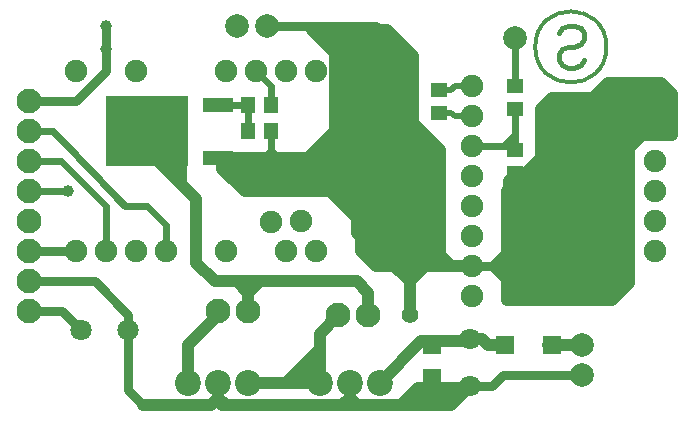
<source format=gbr>
%FSLAX34Y34*%
%MOMM*%
%LNCOPPER_BOTTOM*%
G71*
G01*
%ADD10C, 1.00*%
%ADD11C, 1.90*%
%ADD12C, 2.10*%
%ADD13C, 0.30*%
%ADD14C, 0.44*%
%ADD15R, 1.60X1.60*%
%ADD16C, 0.60*%
%ADD17C, 1.00*%
%ADD18C, 1.80*%
%ADD19C, 2.20*%
%ADD20C, 2.00*%
%ADD21C, 1.40*%
%ADD22C, 1.50*%
%ADD23R, 7.00X6.00*%
%ADD24R, 2.54X1.27*%
%ADD25C, 0.80*%
%ADD26R, 1.30X1.40*%
%ADD27R, 1.40X1.30*%
%ADD28C, 1.80*%
%ADD29C, 0.50*%
%LPD*%
G54D10*
X148828Y781050D02*
X149622Y781844D01*
X263520Y806450D02*
G54D11*
D03*
X250825Y933400D02*
G54D11*
D03*
X123825Y933450D02*
G54D11*
D03*
X200025Y933450D02*
G54D11*
D03*
X225425Y933450D02*
G54D11*
D03*
X73025Y933450D02*
G54D11*
D03*
X250825Y781050D02*
G54D11*
D03*
X123825Y781050D02*
G54D11*
D03*
X200025Y781050D02*
G54D11*
D03*
X73025Y781050D02*
G54D11*
D03*
X98425Y781050D02*
G54D11*
D03*
X276225Y933450D02*
G54D11*
D03*
X149225Y781050D02*
G54D11*
D03*
X276225Y781050D02*
G54D11*
D03*
X327025Y781050D02*
G54D11*
D03*
X238517Y806053D02*
G54D11*
D03*
X33338Y755650D02*
G54D12*
D03*
X33337Y781050D02*
G54D12*
D03*
X33337Y806450D02*
G54D12*
D03*
X33337Y831850D02*
G54D12*
D03*
X33338Y857250D02*
G54D12*
D03*
X33338Y882650D02*
G54D12*
D03*
X33338Y908050D02*
G54D12*
D03*
X33338Y730250D02*
G54D12*
D03*
G54D13*
G75*
G01X522287Y954088D02*
G03X522287Y954088I-30162J0D01*
G01*
G54D14*
X503237Y943292D02*
X500570Y938847D01*
X495237Y936625D01*
X489904Y936625D01*
X484570Y938847D01*
X481904Y943292D01*
X481904Y947736D01*
X484570Y952180D01*
X489904Y954403D01*
X495237Y954403D01*
X500570Y956625D01*
X503237Y961070D01*
X503237Y965514D01*
X500570Y969958D01*
X495237Y972180D01*
X489904Y972180D01*
X484570Y969958D01*
X481904Y965514D01*
X374650Y701675D02*
G54D15*
D03*
X374650Y673675D02*
G54D15*
D03*
G54D16*
X32544Y831975D02*
X66675Y831850D01*
X66675Y831850D02*
G54D17*
D03*
X117475Y714375D02*
G54D18*
D03*
X77475Y714375D02*
G54D18*
D03*
X406400Y666750D02*
G54D18*
D03*
X406400Y706750D02*
G54D18*
D03*
X219075Y669925D02*
G54D19*
D03*
X193675Y669925D02*
G54D19*
D03*
X168275Y669925D02*
G54D19*
D03*
X501650Y701675D02*
G54D20*
D03*
X501650Y676275D02*
G54D20*
D03*
X73025Y933450D02*
G54D21*
D03*
X123825Y933450D02*
G54D21*
D03*
X33337Y806450D02*
G54D22*
D03*
X330200Y669925D02*
G54D19*
D03*
X304800Y669925D02*
G54D19*
D03*
X279400Y669925D02*
G54D19*
D03*
X133350Y882650D02*
G54D23*
D03*
X193650Y860350D02*
G54D24*
D03*
X193650Y904850D02*
G54D24*
D03*
X295275Y727075D02*
G54D12*
D03*
X320675Y727075D02*
G54D12*
D03*
X219075Y730250D02*
G54D12*
D03*
X193675Y730250D02*
G54D12*
D03*
G54D25*
X32544Y781175D02*
X73025Y781050D01*
G54D25*
X34925Y755650D02*
X66675Y755650D01*
G54D25*
X342900Y793750D02*
X342900Y774700D01*
G54D25*
X292096Y933448D02*
X292096Y889004D01*
X342900Y838200D01*
X342900Y793750D01*
X250825Y933400D02*
G54D21*
D03*
X276225Y781050D02*
G54D21*
D03*
X408781Y742950D02*
G54D21*
D03*
X238125Y882650D02*
G54D26*
D03*
X219125Y882650D02*
G54D26*
D03*
X238075Y904875D02*
G54D26*
D03*
X219075Y904875D02*
G54D26*
D03*
G54D16*
X438150Y746125D02*
X438150Y762000D01*
X444500Y768350D01*
X408781Y844550D02*
G54D21*
D03*
X408781Y819150D02*
G54D21*
D03*
X408781Y793750D02*
G54D21*
D03*
X263520Y806450D02*
G54D21*
D03*
X238517Y806053D02*
G54D21*
D03*
G54D10*
X408781Y768350D02*
X355600Y768350D01*
X342900Y781050D01*
X444518Y847756D02*
G54D27*
D03*
X444518Y866756D02*
G54D27*
D03*
X444500Y920750D02*
G54D27*
D03*
X444500Y901750D02*
G54D27*
D03*
G54D16*
X444500Y955675D02*
X444500Y920750D01*
G54D16*
X408781Y869950D02*
X444550Y869950D01*
X444550Y901700D01*
X444500Y901750D01*
G54D16*
X238125Y904875D02*
X238125Y920750D01*
X225425Y933450D01*
G54D16*
X219075Y904875D02*
X219075Y882650D01*
G54D16*
X196850Y904875D02*
X219075Y904875D01*
G54D16*
X238125Y879475D02*
X238125Y857250D01*
G54D16*
X238125Y876300D02*
X238125Y866775D01*
X247650Y857250D01*
G54D16*
X238125Y876300D02*
X238125Y866775D01*
X231775Y860425D01*
G54D10*
X215900Y860425D02*
X320675Y860425D01*
X342900Y838200D01*
G54D10*
X292100Y933450D02*
X292100Y882650D01*
X269875Y860425D01*
G54D10*
X342900Y781050D02*
X314325Y781050D01*
X314325Y819150D01*
X273050Y860425D01*
G54D10*
X301625Y831850D02*
X215900Y831850D01*
X196850Y850900D01*
X196850Y860425D01*
G54D10*
X330200Y968375D02*
X346075Y952500D01*
X346075Y923925D01*
X355600Y860425D01*
X381000Y777875D01*
X390525Y768350D01*
G54D10*
X409575Y768350D02*
X327025Y768350D01*
X314325Y781050D01*
G54D10*
X438150Y768350D02*
X438150Y831850D01*
X466725Y860425D01*
G54D10*
X511175Y879475D02*
X495300Y879475D01*
X469900Y831850D01*
G36*
X482600Y879475D02*
X469900Y863600D01*
X438150Y831850D01*
X438150Y739775D01*
X527050Y739775D01*
X541112Y753837D01*
X541112Y854675D01*
X541712Y879475D01*
X482600Y879475D01*
G37*
G54D10*
X482600Y879475D02*
X469900Y863600D01*
X438150Y831850D01*
X438150Y739775D01*
X527050Y739775D01*
X541112Y753837D01*
X541112Y854675D01*
X541712Y879475D01*
X482600Y879475D01*
G54D10*
X390525Y768350D02*
X327025Y768350D01*
X314325Y781050D01*
X314325Y819150D01*
X273050Y860425D01*
X273050Y863600D01*
X292100Y882650D01*
X292096Y933448D01*
X292096Y949329D01*
X273000Y968425D01*
X336500Y968425D01*
X358825Y946150D01*
X358775Y869950D01*
X381000Y777875D01*
X390525Y768350D01*
X327025Y768350D01*
G36*
X327025Y768350D02*
X314325Y781050D01*
X314325Y819150D01*
X311150Y819150D01*
X269875Y860425D01*
X292100Y882650D01*
X292100Y949325D01*
X273000Y968425D01*
X330150Y962075D01*
X349250Y942975D01*
X352425Y898525D01*
X381000Y777875D01*
X390525Y768350D01*
X327025Y768350D01*
G37*
G54D10*
X327025Y768350D02*
X314325Y781050D01*
X314325Y819150D01*
X311150Y819150D01*
X269875Y860425D01*
X292100Y882650D01*
X292100Y949325D01*
X273000Y968425D01*
X330150Y962075D01*
X349250Y942975D01*
X352425Y898525D01*
X381000Y777875D01*
X390525Y768350D01*
X327025Y768350D01*
G36*
X292100Y831850D02*
X215900Y831850D01*
X196850Y850900D01*
X196850Y860425D01*
X292100Y860425D01*
X304800Y847725D01*
X304800Y844550D01*
X292100Y831850D01*
G37*
G54D10*
X292100Y831850D02*
X215900Y831850D01*
X196850Y850900D01*
X196850Y860425D01*
X292100Y860425D01*
X304800Y847725D01*
X304800Y844550D01*
X292100Y831850D01*
G54D10*
X285750Y835025D02*
X311150Y809625D01*
X311150Y796925D01*
X317500Y790575D01*
G54D10*
X158750Y841375D02*
X139700Y860425D01*
G54D25*
X438150Y739775D02*
X438150Y762000D01*
X431800Y768350D01*
G54D25*
X422275Y768350D02*
X425450Y768350D01*
X438150Y781050D01*
G54D25*
X425450Y768350D02*
X438150Y755650D01*
X408781Y844550D02*
G54D11*
D03*
X408781Y869950D02*
G54D11*
D03*
X408781Y895350D02*
G54D11*
D03*
X408781Y920750D02*
G54D11*
D03*
X408781Y742950D02*
G54D11*
D03*
X408781Y768350D02*
G54D11*
D03*
X408781Y793750D02*
G54D11*
D03*
X408781Y819150D02*
G54D11*
D03*
X200025Y781050D02*
G54D21*
D03*
X209550Y971550D02*
G54D20*
D03*
X234950Y971550D02*
G54D20*
D03*
G54D25*
X234950Y971550D02*
X327025Y971550D01*
X352425Y946150D01*
G54D16*
X98425Y781050D02*
X98425Y819150D01*
X60325Y857250D01*
X33338Y857250D01*
G54D16*
X33338Y882650D02*
X53975Y882650D01*
X114300Y819150D01*
X200025Y781050D02*
G54D11*
D03*
G54D25*
X33338Y908050D02*
X73025Y908050D01*
X98425Y933450D01*
X98475Y971550D01*
X98425Y952500D02*
G54D17*
D03*
G54D16*
X120650Y819150D02*
X114300Y819150D01*
X107950Y825500D01*
G54D16*
X149225Y781050D02*
X149225Y803275D01*
X133350Y819150D01*
X120650Y819150D01*
G54D25*
X408781Y768350D02*
X444500Y768350D01*
G54D10*
X384175Y654050D02*
X393700Y654050D01*
X406400Y666750D01*
G54D10*
X279400Y669925D02*
X219075Y669925D01*
G54D10*
X323850Y650875D02*
X390525Y650875D01*
X406400Y666750D01*
G54D10*
X330200Y650875D02*
X196850Y650875D01*
X193675Y654050D01*
X193675Y669925D01*
G54D10*
X304800Y669925D02*
X304800Y657225D01*
X311150Y650875D01*
G54D10*
X304800Y666750D02*
X304800Y657225D01*
X298450Y650875D01*
G54D10*
X193675Y669925D02*
X193675Y657225D01*
X200025Y650875D01*
G54D10*
X193675Y669925D02*
X193675Y657225D01*
X187325Y650875D01*
X130175Y650875D01*
G54D10*
X279400Y669925D02*
X279400Y711200D01*
X295275Y727075D01*
G54D10*
X168275Y669925D02*
X168275Y701675D01*
X193675Y727075D01*
G54D10*
X320675Y727075D02*
X320675Y746125D01*
X311150Y755650D01*
G54D10*
X190500Y755650D02*
X311150Y755650D01*
X320675Y746125D01*
X320675Y727075D01*
G54D10*
X219075Y727075D02*
X219075Y746125D01*
X209550Y755650D01*
G54D10*
X219075Y727075D02*
X219075Y746125D01*
X228600Y755650D01*
G54D10*
X406400Y704850D02*
X365125Y704850D01*
X330200Y669925D01*
G54D10*
X219075Y669925D02*
X260350Y669925D01*
X279400Y688975D01*
G54D10*
X222250Y669925D02*
X250825Y669925D01*
X279400Y698500D01*
G54D10*
X174625Y781050D02*
X174625Y773112D01*
G54D10*
X174625Y781050D02*
X174625Y825500D01*
X152400Y847725D01*
G54D10*
X161925Y860425D02*
X161925Y838200D01*
X168275Y831850D01*
G54D10*
X155575Y857250D02*
X155575Y850900D01*
X152400Y847725D01*
G54D10*
X174625Y787400D02*
X174625Y771525D01*
X190500Y755650D01*
G54D25*
X33338Y755650D02*
X88900Y755650D01*
X117475Y727075D01*
X117475Y714375D01*
X117475Y663575D01*
G54D25*
X117475Y714375D02*
X117475Y663575D01*
X130175Y650875D01*
X77475Y714375D02*
G54D21*
D03*
X168275Y669925D02*
G54D28*
D03*
G54D25*
X33338Y730250D02*
X61600Y730250D01*
X77475Y714375D01*
X444500Y962025D02*
G54D20*
D03*
G54D10*
X355600Y727075D02*
X355600Y781050D01*
G54D10*
X355600Y727075D02*
X355600Y755650D01*
X339725Y771525D01*
G54D10*
X355600Y727075D02*
X355600Y755650D01*
X371475Y771525D01*
X355600Y727075D02*
G54D21*
D03*
X117475Y714375D02*
G54D21*
D03*
G54D25*
X406400Y666750D02*
X362025Y666750D01*
X349300Y654025D01*
G54D25*
X396875Y660400D02*
X361950Y660400D01*
X355600Y654050D01*
X384175Y654050D01*
G54D25*
X406400Y666750D02*
X425450Y666750D01*
X434975Y676275D01*
X501650Y676275D01*
X563337Y781650D02*
G54D11*
D03*
X563337Y807050D02*
G54D11*
D03*
X563337Y832450D02*
G54D11*
D03*
X563337Y857850D02*
G54D11*
D03*
X33338Y882650D02*
G54D11*
D03*
X33337Y857250D02*
G54D11*
D03*
X33337Y831850D02*
G54D11*
D03*
X33337Y806450D02*
G54D11*
D03*
X33338Y781050D02*
G54D11*
D03*
X33338Y755650D02*
G54D11*
D03*
X33338Y730250D02*
G54D11*
D03*
X33338Y908050D02*
G54D11*
D03*
G54D25*
X438150Y825500D02*
X438150Y841388D01*
X444518Y847756D01*
G54D16*
X408781Y869950D02*
X434975Y869950D01*
X444500Y879475D01*
X98475Y971550D02*
G54D17*
D03*
X436550Y701675D02*
G54D15*
D03*
X476250Y701675D02*
G54D15*
D03*
G54D10*
X501650Y701675D02*
X473075Y701675D01*
G54D10*
X406400Y706750D02*
X417200Y706750D01*
X422275Y701675D01*
X436550Y701675D01*
X380525Y917449D02*
G54D27*
D03*
X380525Y898449D02*
G54D27*
D03*
G54D10*
X381000Y774700D02*
X381000Y866775D01*
X355600Y892175D01*
G54D10*
X374650Y822325D02*
X374650Y863600D01*
X355600Y882650D01*
X355600Y863600D01*
X371475Y847725D01*
X371475Y857250D01*
X365125Y863600D01*
G54D29*
X409575Y920750D02*
X393700Y920750D01*
X390525Y917575D01*
X384175Y917575D01*
G54D29*
X406400Y895350D02*
X393700Y895350D01*
X390525Y898525D01*
X381000Y898525D01*
G36*
X577850Y879475D02*
X552450Y879475D01*
X539750Y866775D01*
X479425Y866775D01*
X466725Y854075D01*
X466725Y901700D01*
X476250Y911225D01*
X511175Y911225D01*
X523875Y923925D01*
X568325Y923925D01*
X577850Y914400D01*
X577850Y879475D01*
G37*
G54D10*
X577850Y879475D02*
X552450Y879475D01*
X539750Y866775D01*
X479425Y866775D01*
X466725Y854075D01*
X466725Y901700D01*
X476250Y911225D01*
X511175Y911225D01*
X523875Y923925D01*
X568325Y923925D01*
X577850Y914400D01*
X577850Y879475D01*
M02*

</source>
